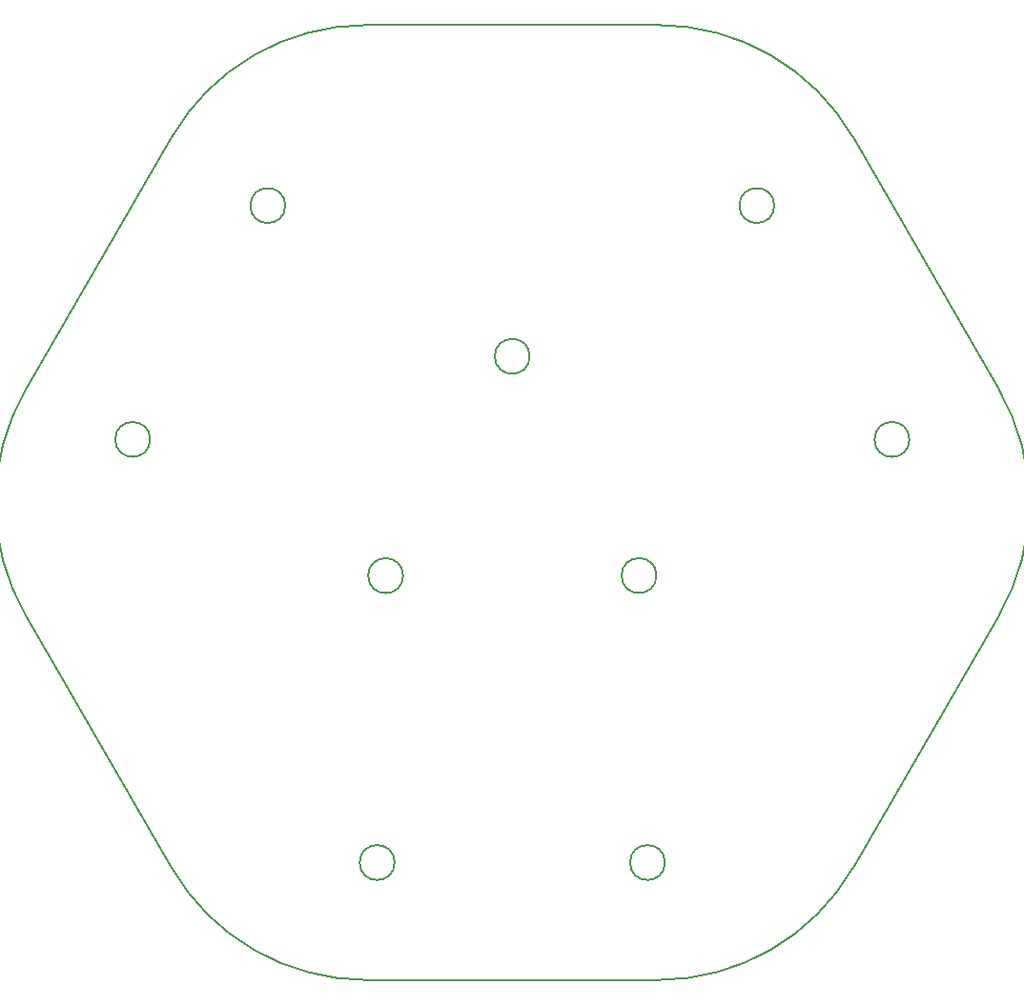
<source format=gm1>
G04 #@! TF.GenerationSoftware,KiCad,Pcbnew,6.0.2+dfsg-1*
G04 #@! TF.CreationDate,2024-12-02T22:35:52+09:00*
G04 #@! TF.ProjectId,omni_wheel,6f6d6e69-5f77-4686-9565-6c2e6b696361,rev?*
G04 #@! TF.SameCoordinates,Original*
G04 #@! TF.FileFunction,Profile,NP*
%FSLAX46Y46*%
G04 Gerber Fmt 4.6, Leading zero omitted, Abs format (unit mm)*
G04 Created by KiCad (PCBNEW 6.0.2+dfsg-1) date 2024-12-02 22:35:52*
%MOMM*%
%LPD*%
G01*
G04 APERTURE LIST*
G04 #@! TA.AperFunction,Profile*
%ADD10C,0.200000*%
G04 #@! TD*
G04 APERTURE END LIST*
D10*
X59862747Y-111064124D02*
X72815740Y-133499365D01*
X72815740Y-68628874D02*
X59862747Y-91064119D01*
X92639243Y-133064120D02*
G75*
G03*
X92639243Y-133064120I-1550001J0D01*
G01*
X115893410Y-107556906D02*
G75*
G03*
X115893410Y-107556906I-1550002J0D01*
G01*
X138352057Y-95456423D02*
G75*
G03*
X138352057Y-95456423I-1550003J0D01*
G01*
X70926431Y-95456423D02*
G75*
G03*
X70926431Y-95456423I-1550003J0D01*
G01*
X82926435Y-74671817D02*
G75*
G03*
X82926435Y-74671817I-1550005J0D01*
G01*
X59862749Y-91064120D02*
G75*
G03*
X59862747Y-111064124I17320476J-10000004D01*
G01*
X126352051Y-74671815D02*
G75*
G03*
X126352051Y-74671815I-1549996J0D01*
G01*
X93389247Y-107564121D02*
G75*
G03*
X93389247Y-107564121I-1550004J0D01*
G01*
X133362748Y-68628876D02*
G75*
G03*
X116042234Y-58628874I-17320507J-9999995D01*
G01*
X90136245Y-143499364D02*
X116042236Y-143499367D01*
X104635073Y-88071332D02*
G75*
G03*
X104635073Y-88071332I-1549996J0D01*
G01*
X116042236Y-143499365D02*
G75*
G03*
X133362745Y-133499366I5J19999993D01*
G01*
X133362745Y-133499366D02*
X146315742Y-111064120D01*
X72815739Y-133499366D02*
G75*
G03*
X90136245Y-143499364I17320516J10000018D01*
G01*
X146315742Y-91064120D02*
X133362746Y-68628877D01*
X116042234Y-58628874D02*
X90136247Y-58628875D01*
X146315746Y-111064122D02*
G75*
G03*
X146315742Y-91064120I-17320515J9999998D01*
G01*
X116639243Y-133064122D02*
G75*
G03*
X116639243Y-133064122I-1550000J0D01*
G01*
X90136247Y-58628875D02*
G75*
G03*
X72815740Y-68628874I-3J-19999994D01*
G01*
M02*

</source>
